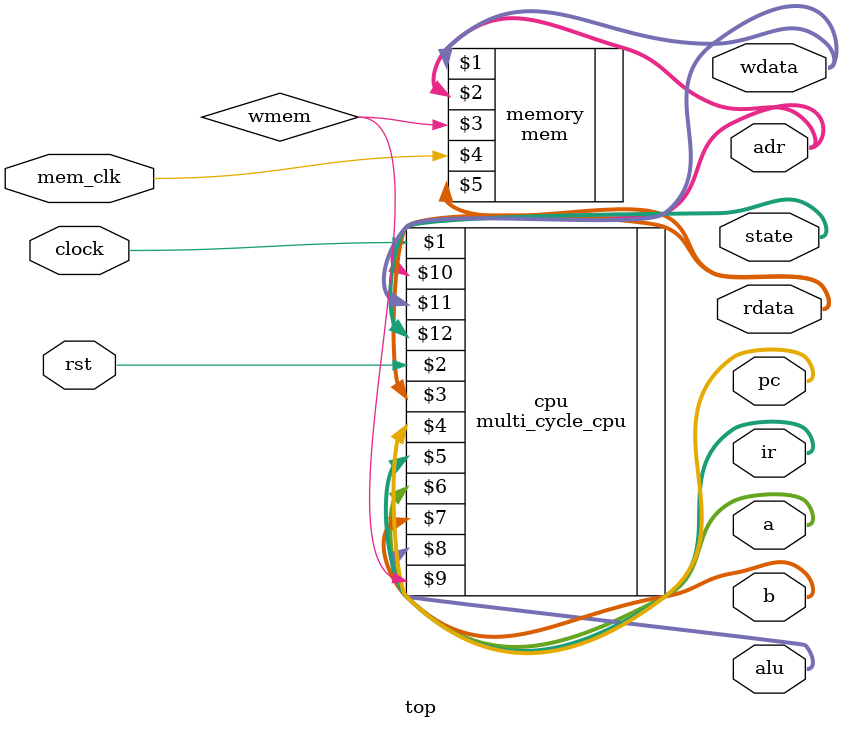
<source format=v>
`timescale 1ns / 1ns

module top(clock,rst,state,a,b,alu,adr,wdata,rdata,pc,ir,mem_clk);
    //Ê±ÖÓÐÅºÅ ¸´Î»ÐÅºÅ ÄÚ´æÊ±ÖÓ
    input clock,rst,mem_clk;
    //aluµÄÁ½¸öÊäÈëa¡¢b, alu½á¹û£¬ÄÚ´æµØÖ·£¬Ð´ÈëÄÚ´æµÄÊý¾Ý£¬´ÓÄÚ´æ¶ÁÈ¡µÄÊý¾Ý
    output [31:0] a,b,alu,adr,wdata,rdata,pc,ir;
    //cpu×´Ì¬
    output [2:0] state;
//    output [31:0] registers [31:0];
//    output [31:0] regfile[31:0];
    wire         wmem;
    //ÊµÀý»¯Ä£¿é
    multi_cycle_cpu cpu (clock,rst,rdata,pc,ir,a,b,alu,wmem,adr,wdata,state);
    mem memory (wdata,adr,wmem,mem_clk,rdata);
endmodule

</source>
